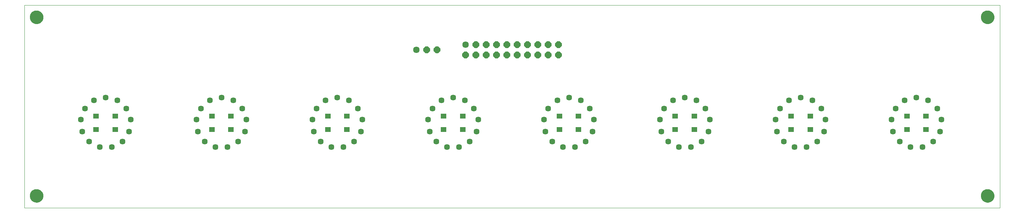
<source format=gts>
G75*
%MOIN*%
%OFA0B0*%
%FSLAX25Y25*%
%IPPOS*%
%LPD*%
%AMOC8*
5,1,8,0,0,1.08239X$1,22.5*
%
%ADD10C,0.00000*%
%ADD11C,0.12998*%
%ADD12C,0.05707*%
%ADD13R,0.05518X0.05124*%
%ADD14C,0.06337*%
%ADD15OC8,0.06337*%
D10*
X0001000Y0001000D02*
X0001000Y0197850D01*
X0945882Y0197850D01*
X0945882Y0001000D01*
X0001000Y0001000D01*
X0006512Y0012811D02*
X0006514Y0012969D01*
X0006520Y0013127D01*
X0006530Y0013285D01*
X0006544Y0013443D01*
X0006562Y0013600D01*
X0006583Y0013757D01*
X0006609Y0013913D01*
X0006639Y0014069D01*
X0006672Y0014224D01*
X0006710Y0014377D01*
X0006751Y0014530D01*
X0006796Y0014682D01*
X0006845Y0014833D01*
X0006898Y0014982D01*
X0006954Y0015130D01*
X0007014Y0015276D01*
X0007078Y0015421D01*
X0007146Y0015564D01*
X0007217Y0015706D01*
X0007291Y0015846D01*
X0007369Y0015983D01*
X0007451Y0016119D01*
X0007535Y0016253D01*
X0007624Y0016384D01*
X0007715Y0016513D01*
X0007810Y0016640D01*
X0007907Y0016765D01*
X0008008Y0016887D01*
X0008112Y0017006D01*
X0008219Y0017123D01*
X0008329Y0017237D01*
X0008442Y0017348D01*
X0008557Y0017457D01*
X0008675Y0017562D01*
X0008796Y0017664D01*
X0008919Y0017764D01*
X0009045Y0017860D01*
X0009173Y0017953D01*
X0009303Y0018043D01*
X0009436Y0018129D01*
X0009571Y0018213D01*
X0009707Y0018292D01*
X0009846Y0018369D01*
X0009987Y0018441D01*
X0010129Y0018511D01*
X0010273Y0018576D01*
X0010419Y0018638D01*
X0010566Y0018696D01*
X0010715Y0018751D01*
X0010865Y0018802D01*
X0011016Y0018849D01*
X0011168Y0018892D01*
X0011321Y0018931D01*
X0011476Y0018967D01*
X0011631Y0018998D01*
X0011787Y0019026D01*
X0011943Y0019050D01*
X0012100Y0019070D01*
X0012258Y0019086D01*
X0012415Y0019098D01*
X0012574Y0019106D01*
X0012732Y0019110D01*
X0012890Y0019110D01*
X0013048Y0019106D01*
X0013207Y0019098D01*
X0013364Y0019086D01*
X0013522Y0019070D01*
X0013679Y0019050D01*
X0013835Y0019026D01*
X0013991Y0018998D01*
X0014146Y0018967D01*
X0014301Y0018931D01*
X0014454Y0018892D01*
X0014606Y0018849D01*
X0014757Y0018802D01*
X0014907Y0018751D01*
X0015056Y0018696D01*
X0015203Y0018638D01*
X0015349Y0018576D01*
X0015493Y0018511D01*
X0015635Y0018441D01*
X0015776Y0018369D01*
X0015915Y0018292D01*
X0016051Y0018213D01*
X0016186Y0018129D01*
X0016319Y0018043D01*
X0016449Y0017953D01*
X0016577Y0017860D01*
X0016703Y0017764D01*
X0016826Y0017664D01*
X0016947Y0017562D01*
X0017065Y0017457D01*
X0017180Y0017348D01*
X0017293Y0017237D01*
X0017403Y0017123D01*
X0017510Y0017006D01*
X0017614Y0016887D01*
X0017715Y0016765D01*
X0017812Y0016640D01*
X0017907Y0016513D01*
X0017998Y0016384D01*
X0018087Y0016253D01*
X0018171Y0016119D01*
X0018253Y0015983D01*
X0018331Y0015846D01*
X0018405Y0015706D01*
X0018476Y0015564D01*
X0018544Y0015421D01*
X0018608Y0015276D01*
X0018668Y0015130D01*
X0018724Y0014982D01*
X0018777Y0014833D01*
X0018826Y0014682D01*
X0018871Y0014530D01*
X0018912Y0014377D01*
X0018950Y0014224D01*
X0018983Y0014069D01*
X0019013Y0013913D01*
X0019039Y0013757D01*
X0019060Y0013600D01*
X0019078Y0013443D01*
X0019092Y0013285D01*
X0019102Y0013127D01*
X0019108Y0012969D01*
X0019110Y0012811D01*
X0019108Y0012653D01*
X0019102Y0012495D01*
X0019092Y0012337D01*
X0019078Y0012179D01*
X0019060Y0012022D01*
X0019039Y0011865D01*
X0019013Y0011709D01*
X0018983Y0011553D01*
X0018950Y0011398D01*
X0018912Y0011245D01*
X0018871Y0011092D01*
X0018826Y0010940D01*
X0018777Y0010789D01*
X0018724Y0010640D01*
X0018668Y0010492D01*
X0018608Y0010346D01*
X0018544Y0010201D01*
X0018476Y0010058D01*
X0018405Y0009916D01*
X0018331Y0009776D01*
X0018253Y0009639D01*
X0018171Y0009503D01*
X0018087Y0009369D01*
X0017998Y0009238D01*
X0017907Y0009109D01*
X0017812Y0008982D01*
X0017715Y0008857D01*
X0017614Y0008735D01*
X0017510Y0008616D01*
X0017403Y0008499D01*
X0017293Y0008385D01*
X0017180Y0008274D01*
X0017065Y0008165D01*
X0016947Y0008060D01*
X0016826Y0007958D01*
X0016703Y0007858D01*
X0016577Y0007762D01*
X0016449Y0007669D01*
X0016319Y0007579D01*
X0016186Y0007493D01*
X0016051Y0007409D01*
X0015915Y0007330D01*
X0015776Y0007253D01*
X0015635Y0007181D01*
X0015493Y0007111D01*
X0015349Y0007046D01*
X0015203Y0006984D01*
X0015056Y0006926D01*
X0014907Y0006871D01*
X0014757Y0006820D01*
X0014606Y0006773D01*
X0014454Y0006730D01*
X0014301Y0006691D01*
X0014146Y0006655D01*
X0013991Y0006624D01*
X0013835Y0006596D01*
X0013679Y0006572D01*
X0013522Y0006552D01*
X0013364Y0006536D01*
X0013207Y0006524D01*
X0013048Y0006516D01*
X0012890Y0006512D01*
X0012732Y0006512D01*
X0012574Y0006516D01*
X0012415Y0006524D01*
X0012258Y0006536D01*
X0012100Y0006552D01*
X0011943Y0006572D01*
X0011787Y0006596D01*
X0011631Y0006624D01*
X0011476Y0006655D01*
X0011321Y0006691D01*
X0011168Y0006730D01*
X0011016Y0006773D01*
X0010865Y0006820D01*
X0010715Y0006871D01*
X0010566Y0006926D01*
X0010419Y0006984D01*
X0010273Y0007046D01*
X0010129Y0007111D01*
X0009987Y0007181D01*
X0009846Y0007253D01*
X0009707Y0007330D01*
X0009571Y0007409D01*
X0009436Y0007493D01*
X0009303Y0007579D01*
X0009173Y0007669D01*
X0009045Y0007762D01*
X0008919Y0007858D01*
X0008796Y0007958D01*
X0008675Y0008060D01*
X0008557Y0008165D01*
X0008442Y0008274D01*
X0008329Y0008385D01*
X0008219Y0008499D01*
X0008112Y0008616D01*
X0008008Y0008735D01*
X0007907Y0008857D01*
X0007810Y0008982D01*
X0007715Y0009109D01*
X0007624Y0009238D01*
X0007535Y0009369D01*
X0007451Y0009503D01*
X0007369Y0009639D01*
X0007291Y0009776D01*
X0007217Y0009916D01*
X0007146Y0010058D01*
X0007078Y0010201D01*
X0007014Y0010346D01*
X0006954Y0010492D01*
X0006898Y0010640D01*
X0006845Y0010789D01*
X0006796Y0010940D01*
X0006751Y0011092D01*
X0006710Y0011245D01*
X0006672Y0011398D01*
X0006639Y0011553D01*
X0006609Y0011709D01*
X0006583Y0011865D01*
X0006562Y0012022D01*
X0006544Y0012179D01*
X0006530Y0012337D01*
X0006520Y0012495D01*
X0006514Y0012653D01*
X0006512Y0012811D01*
X0006512Y0186039D02*
X0006514Y0186197D01*
X0006520Y0186355D01*
X0006530Y0186513D01*
X0006544Y0186671D01*
X0006562Y0186828D01*
X0006583Y0186985D01*
X0006609Y0187141D01*
X0006639Y0187297D01*
X0006672Y0187452D01*
X0006710Y0187605D01*
X0006751Y0187758D01*
X0006796Y0187910D01*
X0006845Y0188061D01*
X0006898Y0188210D01*
X0006954Y0188358D01*
X0007014Y0188504D01*
X0007078Y0188649D01*
X0007146Y0188792D01*
X0007217Y0188934D01*
X0007291Y0189074D01*
X0007369Y0189211D01*
X0007451Y0189347D01*
X0007535Y0189481D01*
X0007624Y0189612D01*
X0007715Y0189741D01*
X0007810Y0189868D01*
X0007907Y0189993D01*
X0008008Y0190115D01*
X0008112Y0190234D01*
X0008219Y0190351D01*
X0008329Y0190465D01*
X0008442Y0190576D01*
X0008557Y0190685D01*
X0008675Y0190790D01*
X0008796Y0190892D01*
X0008919Y0190992D01*
X0009045Y0191088D01*
X0009173Y0191181D01*
X0009303Y0191271D01*
X0009436Y0191357D01*
X0009571Y0191441D01*
X0009707Y0191520D01*
X0009846Y0191597D01*
X0009987Y0191669D01*
X0010129Y0191739D01*
X0010273Y0191804D01*
X0010419Y0191866D01*
X0010566Y0191924D01*
X0010715Y0191979D01*
X0010865Y0192030D01*
X0011016Y0192077D01*
X0011168Y0192120D01*
X0011321Y0192159D01*
X0011476Y0192195D01*
X0011631Y0192226D01*
X0011787Y0192254D01*
X0011943Y0192278D01*
X0012100Y0192298D01*
X0012258Y0192314D01*
X0012415Y0192326D01*
X0012574Y0192334D01*
X0012732Y0192338D01*
X0012890Y0192338D01*
X0013048Y0192334D01*
X0013207Y0192326D01*
X0013364Y0192314D01*
X0013522Y0192298D01*
X0013679Y0192278D01*
X0013835Y0192254D01*
X0013991Y0192226D01*
X0014146Y0192195D01*
X0014301Y0192159D01*
X0014454Y0192120D01*
X0014606Y0192077D01*
X0014757Y0192030D01*
X0014907Y0191979D01*
X0015056Y0191924D01*
X0015203Y0191866D01*
X0015349Y0191804D01*
X0015493Y0191739D01*
X0015635Y0191669D01*
X0015776Y0191597D01*
X0015915Y0191520D01*
X0016051Y0191441D01*
X0016186Y0191357D01*
X0016319Y0191271D01*
X0016449Y0191181D01*
X0016577Y0191088D01*
X0016703Y0190992D01*
X0016826Y0190892D01*
X0016947Y0190790D01*
X0017065Y0190685D01*
X0017180Y0190576D01*
X0017293Y0190465D01*
X0017403Y0190351D01*
X0017510Y0190234D01*
X0017614Y0190115D01*
X0017715Y0189993D01*
X0017812Y0189868D01*
X0017907Y0189741D01*
X0017998Y0189612D01*
X0018087Y0189481D01*
X0018171Y0189347D01*
X0018253Y0189211D01*
X0018331Y0189074D01*
X0018405Y0188934D01*
X0018476Y0188792D01*
X0018544Y0188649D01*
X0018608Y0188504D01*
X0018668Y0188358D01*
X0018724Y0188210D01*
X0018777Y0188061D01*
X0018826Y0187910D01*
X0018871Y0187758D01*
X0018912Y0187605D01*
X0018950Y0187452D01*
X0018983Y0187297D01*
X0019013Y0187141D01*
X0019039Y0186985D01*
X0019060Y0186828D01*
X0019078Y0186671D01*
X0019092Y0186513D01*
X0019102Y0186355D01*
X0019108Y0186197D01*
X0019110Y0186039D01*
X0019108Y0185881D01*
X0019102Y0185723D01*
X0019092Y0185565D01*
X0019078Y0185407D01*
X0019060Y0185250D01*
X0019039Y0185093D01*
X0019013Y0184937D01*
X0018983Y0184781D01*
X0018950Y0184626D01*
X0018912Y0184473D01*
X0018871Y0184320D01*
X0018826Y0184168D01*
X0018777Y0184017D01*
X0018724Y0183868D01*
X0018668Y0183720D01*
X0018608Y0183574D01*
X0018544Y0183429D01*
X0018476Y0183286D01*
X0018405Y0183144D01*
X0018331Y0183004D01*
X0018253Y0182867D01*
X0018171Y0182731D01*
X0018087Y0182597D01*
X0017998Y0182466D01*
X0017907Y0182337D01*
X0017812Y0182210D01*
X0017715Y0182085D01*
X0017614Y0181963D01*
X0017510Y0181844D01*
X0017403Y0181727D01*
X0017293Y0181613D01*
X0017180Y0181502D01*
X0017065Y0181393D01*
X0016947Y0181288D01*
X0016826Y0181186D01*
X0016703Y0181086D01*
X0016577Y0180990D01*
X0016449Y0180897D01*
X0016319Y0180807D01*
X0016186Y0180721D01*
X0016051Y0180637D01*
X0015915Y0180558D01*
X0015776Y0180481D01*
X0015635Y0180409D01*
X0015493Y0180339D01*
X0015349Y0180274D01*
X0015203Y0180212D01*
X0015056Y0180154D01*
X0014907Y0180099D01*
X0014757Y0180048D01*
X0014606Y0180001D01*
X0014454Y0179958D01*
X0014301Y0179919D01*
X0014146Y0179883D01*
X0013991Y0179852D01*
X0013835Y0179824D01*
X0013679Y0179800D01*
X0013522Y0179780D01*
X0013364Y0179764D01*
X0013207Y0179752D01*
X0013048Y0179744D01*
X0012890Y0179740D01*
X0012732Y0179740D01*
X0012574Y0179744D01*
X0012415Y0179752D01*
X0012258Y0179764D01*
X0012100Y0179780D01*
X0011943Y0179800D01*
X0011787Y0179824D01*
X0011631Y0179852D01*
X0011476Y0179883D01*
X0011321Y0179919D01*
X0011168Y0179958D01*
X0011016Y0180001D01*
X0010865Y0180048D01*
X0010715Y0180099D01*
X0010566Y0180154D01*
X0010419Y0180212D01*
X0010273Y0180274D01*
X0010129Y0180339D01*
X0009987Y0180409D01*
X0009846Y0180481D01*
X0009707Y0180558D01*
X0009571Y0180637D01*
X0009436Y0180721D01*
X0009303Y0180807D01*
X0009173Y0180897D01*
X0009045Y0180990D01*
X0008919Y0181086D01*
X0008796Y0181186D01*
X0008675Y0181288D01*
X0008557Y0181393D01*
X0008442Y0181502D01*
X0008329Y0181613D01*
X0008219Y0181727D01*
X0008112Y0181844D01*
X0008008Y0181963D01*
X0007907Y0182085D01*
X0007810Y0182210D01*
X0007715Y0182337D01*
X0007624Y0182466D01*
X0007535Y0182597D01*
X0007451Y0182731D01*
X0007369Y0182867D01*
X0007291Y0183004D01*
X0007217Y0183144D01*
X0007146Y0183286D01*
X0007078Y0183429D01*
X0007014Y0183574D01*
X0006954Y0183720D01*
X0006898Y0183868D01*
X0006845Y0184017D01*
X0006796Y0184168D01*
X0006751Y0184320D01*
X0006710Y0184473D01*
X0006672Y0184626D01*
X0006639Y0184781D01*
X0006609Y0184937D01*
X0006583Y0185093D01*
X0006562Y0185250D01*
X0006544Y0185407D01*
X0006530Y0185565D01*
X0006520Y0185723D01*
X0006514Y0185881D01*
X0006512Y0186039D01*
X0927772Y0186039D02*
X0927774Y0186197D01*
X0927780Y0186355D01*
X0927790Y0186513D01*
X0927804Y0186671D01*
X0927822Y0186828D01*
X0927843Y0186985D01*
X0927869Y0187141D01*
X0927899Y0187297D01*
X0927932Y0187452D01*
X0927970Y0187605D01*
X0928011Y0187758D01*
X0928056Y0187910D01*
X0928105Y0188061D01*
X0928158Y0188210D01*
X0928214Y0188358D01*
X0928274Y0188504D01*
X0928338Y0188649D01*
X0928406Y0188792D01*
X0928477Y0188934D01*
X0928551Y0189074D01*
X0928629Y0189211D01*
X0928711Y0189347D01*
X0928795Y0189481D01*
X0928884Y0189612D01*
X0928975Y0189741D01*
X0929070Y0189868D01*
X0929167Y0189993D01*
X0929268Y0190115D01*
X0929372Y0190234D01*
X0929479Y0190351D01*
X0929589Y0190465D01*
X0929702Y0190576D01*
X0929817Y0190685D01*
X0929935Y0190790D01*
X0930056Y0190892D01*
X0930179Y0190992D01*
X0930305Y0191088D01*
X0930433Y0191181D01*
X0930563Y0191271D01*
X0930696Y0191357D01*
X0930831Y0191441D01*
X0930967Y0191520D01*
X0931106Y0191597D01*
X0931247Y0191669D01*
X0931389Y0191739D01*
X0931533Y0191804D01*
X0931679Y0191866D01*
X0931826Y0191924D01*
X0931975Y0191979D01*
X0932125Y0192030D01*
X0932276Y0192077D01*
X0932428Y0192120D01*
X0932581Y0192159D01*
X0932736Y0192195D01*
X0932891Y0192226D01*
X0933047Y0192254D01*
X0933203Y0192278D01*
X0933360Y0192298D01*
X0933518Y0192314D01*
X0933675Y0192326D01*
X0933834Y0192334D01*
X0933992Y0192338D01*
X0934150Y0192338D01*
X0934308Y0192334D01*
X0934467Y0192326D01*
X0934624Y0192314D01*
X0934782Y0192298D01*
X0934939Y0192278D01*
X0935095Y0192254D01*
X0935251Y0192226D01*
X0935406Y0192195D01*
X0935561Y0192159D01*
X0935714Y0192120D01*
X0935866Y0192077D01*
X0936017Y0192030D01*
X0936167Y0191979D01*
X0936316Y0191924D01*
X0936463Y0191866D01*
X0936609Y0191804D01*
X0936753Y0191739D01*
X0936895Y0191669D01*
X0937036Y0191597D01*
X0937175Y0191520D01*
X0937311Y0191441D01*
X0937446Y0191357D01*
X0937579Y0191271D01*
X0937709Y0191181D01*
X0937837Y0191088D01*
X0937963Y0190992D01*
X0938086Y0190892D01*
X0938207Y0190790D01*
X0938325Y0190685D01*
X0938440Y0190576D01*
X0938553Y0190465D01*
X0938663Y0190351D01*
X0938770Y0190234D01*
X0938874Y0190115D01*
X0938975Y0189993D01*
X0939072Y0189868D01*
X0939167Y0189741D01*
X0939258Y0189612D01*
X0939347Y0189481D01*
X0939431Y0189347D01*
X0939513Y0189211D01*
X0939591Y0189074D01*
X0939665Y0188934D01*
X0939736Y0188792D01*
X0939804Y0188649D01*
X0939868Y0188504D01*
X0939928Y0188358D01*
X0939984Y0188210D01*
X0940037Y0188061D01*
X0940086Y0187910D01*
X0940131Y0187758D01*
X0940172Y0187605D01*
X0940210Y0187452D01*
X0940243Y0187297D01*
X0940273Y0187141D01*
X0940299Y0186985D01*
X0940320Y0186828D01*
X0940338Y0186671D01*
X0940352Y0186513D01*
X0940362Y0186355D01*
X0940368Y0186197D01*
X0940370Y0186039D01*
X0940368Y0185881D01*
X0940362Y0185723D01*
X0940352Y0185565D01*
X0940338Y0185407D01*
X0940320Y0185250D01*
X0940299Y0185093D01*
X0940273Y0184937D01*
X0940243Y0184781D01*
X0940210Y0184626D01*
X0940172Y0184473D01*
X0940131Y0184320D01*
X0940086Y0184168D01*
X0940037Y0184017D01*
X0939984Y0183868D01*
X0939928Y0183720D01*
X0939868Y0183574D01*
X0939804Y0183429D01*
X0939736Y0183286D01*
X0939665Y0183144D01*
X0939591Y0183004D01*
X0939513Y0182867D01*
X0939431Y0182731D01*
X0939347Y0182597D01*
X0939258Y0182466D01*
X0939167Y0182337D01*
X0939072Y0182210D01*
X0938975Y0182085D01*
X0938874Y0181963D01*
X0938770Y0181844D01*
X0938663Y0181727D01*
X0938553Y0181613D01*
X0938440Y0181502D01*
X0938325Y0181393D01*
X0938207Y0181288D01*
X0938086Y0181186D01*
X0937963Y0181086D01*
X0937837Y0180990D01*
X0937709Y0180897D01*
X0937579Y0180807D01*
X0937446Y0180721D01*
X0937311Y0180637D01*
X0937175Y0180558D01*
X0937036Y0180481D01*
X0936895Y0180409D01*
X0936753Y0180339D01*
X0936609Y0180274D01*
X0936463Y0180212D01*
X0936316Y0180154D01*
X0936167Y0180099D01*
X0936017Y0180048D01*
X0935866Y0180001D01*
X0935714Y0179958D01*
X0935561Y0179919D01*
X0935406Y0179883D01*
X0935251Y0179852D01*
X0935095Y0179824D01*
X0934939Y0179800D01*
X0934782Y0179780D01*
X0934624Y0179764D01*
X0934467Y0179752D01*
X0934308Y0179744D01*
X0934150Y0179740D01*
X0933992Y0179740D01*
X0933834Y0179744D01*
X0933675Y0179752D01*
X0933518Y0179764D01*
X0933360Y0179780D01*
X0933203Y0179800D01*
X0933047Y0179824D01*
X0932891Y0179852D01*
X0932736Y0179883D01*
X0932581Y0179919D01*
X0932428Y0179958D01*
X0932276Y0180001D01*
X0932125Y0180048D01*
X0931975Y0180099D01*
X0931826Y0180154D01*
X0931679Y0180212D01*
X0931533Y0180274D01*
X0931389Y0180339D01*
X0931247Y0180409D01*
X0931106Y0180481D01*
X0930967Y0180558D01*
X0930831Y0180637D01*
X0930696Y0180721D01*
X0930563Y0180807D01*
X0930433Y0180897D01*
X0930305Y0180990D01*
X0930179Y0181086D01*
X0930056Y0181186D01*
X0929935Y0181288D01*
X0929817Y0181393D01*
X0929702Y0181502D01*
X0929589Y0181613D01*
X0929479Y0181727D01*
X0929372Y0181844D01*
X0929268Y0181963D01*
X0929167Y0182085D01*
X0929070Y0182210D01*
X0928975Y0182337D01*
X0928884Y0182466D01*
X0928795Y0182597D01*
X0928711Y0182731D01*
X0928629Y0182867D01*
X0928551Y0183004D01*
X0928477Y0183144D01*
X0928406Y0183286D01*
X0928338Y0183429D01*
X0928274Y0183574D01*
X0928214Y0183720D01*
X0928158Y0183868D01*
X0928105Y0184017D01*
X0928056Y0184168D01*
X0928011Y0184320D01*
X0927970Y0184473D01*
X0927932Y0184626D01*
X0927899Y0184781D01*
X0927869Y0184937D01*
X0927843Y0185093D01*
X0927822Y0185250D01*
X0927804Y0185407D01*
X0927790Y0185565D01*
X0927780Y0185723D01*
X0927774Y0185881D01*
X0927772Y0186039D01*
X0927772Y0012811D02*
X0927774Y0012969D01*
X0927780Y0013127D01*
X0927790Y0013285D01*
X0927804Y0013443D01*
X0927822Y0013600D01*
X0927843Y0013757D01*
X0927869Y0013913D01*
X0927899Y0014069D01*
X0927932Y0014224D01*
X0927970Y0014377D01*
X0928011Y0014530D01*
X0928056Y0014682D01*
X0928105Y0014833D01*
X0928158Y0014982D01*
X0928214Y0015130D01*
X0928274Y0015276D01*
X0928338Y0015421D01*
X0928406Y0015564D01*
X0928477Y0015706D01*
X0928551Y0015846D01*
X0928629Y0015983D01*
X0928711Y0016119D01*
X0928795Y0016253D01*
X0928884Y0016384D01*
X0928975Y0016513D01*
X0929070Y0016640D01*
X0929167Y0016765D01*
X0929268Y0016887D01*
X0929372Y0017006D01*
X0929479Y0017123D01*
X0929589Y0017237D01*
X0929702Y0017348D01*
X0929817Y0017457D01*
X0929935Y0017562D01*
X0930056Y0017664D01*
X0930179Y0017764D01*
X0930305Y0017860D01*
X0930433Y0017953D01*
X0930563Y0018043D01*
X0930696Y0018129D01*
X0930831Y0018213D01*
X0930967Y0018292D01*
X0931106Y0018369D01*
X0931247Y0018441D01*
X0931389Y0018511D01*
X0931533Y0018576D01*
X0931679Y0018638D01*
X0931826Y0018696D01*
X0931975Y0018751D01*
X0932125Y0018802D01*
X0932276Y0018849D01*
X0932428Y0018892D01*
X0932581Y0018931D01*
X0932736Y0018967D01*
X0932891Y0018998D01*
X0933047Y0019026D01*
X0933203Y0019050D01*
X0933360Y0019070D01*
X0933518Y0019086D01*
X0933675Y0019098D01*
X0933834Y0019106D01*
X0933992Y0019110D01*
X0934150Y0019110D01*
X0934308Y0019106D01*
X0934467Y0019098D01*
X0934624Y0019086D01*
X0934782Y0019070D01*
X0934939Y0019050D01*
X0935095Y0019026D01*
X0935251Y0018998D01*
X0935406Y0018967D01*
X0935561Y0018931D01*
X0935714Y0018892D01*
X0935866Y0018849D01*
X0936017Y0018802D01*
X0936167Y0018751D01*
X0936316Y0018696D01*
X0936463Y0018638D01*
X0936609Y0018576D01*
X0936753Y0018511D01*
X0936895Y0018441D01*
X0937036Y0018369D01*
X0937175Y0018292D01*
X0937311Y0018213D01*
X0937446Y0018129D01*
X0937579Y0018043D01*
X0937709Y0017953D01*
X0937837Y0017860D01*
X0937963Y0017764D01*
X0938086Y0017664D01*
X0938207Y0017562D01*
X0938325Y0017457D01*
X0938440Y0017348D01*
X0938553Y0017237D01*
X0938663Y0017123D01*
X0938770Y0017006D01*
X0938874Y0016887D01*
X0938975Y0016765D01*
X0939072Y0016640D01*
X0939167Y0016513D01*
X0939258Y0016384D01*
X0939347Y0016253D01*
X0939431Y0016119D01*
X0939513Y0015983D01*
X0939591Y0015846D01*
X0939665Y0015706D01*
X0939736Y0015564D01*
X0939804Y0015421D01*
X0939868Y0015276D01*
X0939928Y0015130D01*
X0939984Y0014982D01*
X0940037Y0014833D01*
X0940086Y0014682D01*
X0940131Y0014530D01*
X0940172Y0014377D01*
X0940210Y0014224D01*
X0940243Y0014069D01*
X0940273Y0013913D01*
X0940299Y0013757D01*
X0940320Y0013600D01*
X0940338Y0013443D01*
X0940352Y0013285D01*
X0940362Y0013127D01*
X0940368Y0012969D01*
X0940370Y0012811D01*
X0940368Y0012653D01*
X0940362Y0012495D01*
X0940352Y0012337D01*
X0940338Y0012179D01*
X0940320Y0012022D01*
X0940299Y0011865D01*
X0940273Y0011709D01*
X0940243Y0011553D01*
X0940210Y0011398D01*
X0940172Y0011245D01*
X0940131Y0011092D01*
X0940086Y0010940D01*
X0940037Y0010789D01*
X0939984Y0010640D01*
X0939928Y0010492D01*
X0939868Y0010346D01*
X0939804Y0010201D01*
X0939736Y0010058D01*
X0939665Y0009916D01*
X0939591Y0009776D01*
X0939513Y0009639D01*
X0939431Y0009503D01*
X0939347Y0009369D01*
X0939258Y0009238D01*
X0939167Y0009109D01*
X0939072Y0008982D01*
X0938975Y0008857D01*
X0938874Y0008735D01*
X0938770Y0008616D01*
X0938663Y0008499D01*
X0938553Y0008385D01*
X0938440Y0008274D01*
X0938325Y0008165D01*
X0938207Y0008060D01*
X0938086Y0007958D01*
X0937963Y0007858D01*
X0937837Y0007762D01*
X0937709Y0007669D01*
X0937579Y0007579D01*
X0937446Y0007493D01*
X0937311Y0007409D01*
X0937175Y0007330D01*
X0937036Y0007253D01*
X0936895Y0007181D01*
X0936753Y0007111D01*
X0936609Y0007046D01*
X0936463Y0006984D01*
X0936316Y0006926D01*
X0936167Y0006871D01*
X0936017Y0006820D01*
X0935866Y0006773D01*
X0935714Y0006730D01*
X0935561Y0006691D01*
X0935406Y0006655D01*
X0935251Y0006624D01*
X0935095Y0006596D01*
X0934939Y0006572D01*
X0934782Y0006552D01*
X0934624Y0006536D01*
X0934467Y0006524D01*
X0934308Y0006516D01*
X0934150Y0006512D01*
X0933992Y0006512D01*
X0933834Y0006516D01*
X0933675Y0006524D01*
X0933518Y0006536D01*
X0933360Y0006552D01*
X0933203Y0006572D01*
X0933047Y0006596D01*
X0932891Y0006624D01*
X0932736Y0006655D01*
X0932581Y0006691D01*
X0932428Y0006730D01*
X0932276Y0006773D01*
X0932125Y0006820D01*
X0931975Y0006871D01*
X0931826Y0006926D01*
X0931679Y0006984D01*
X0931533Y0007046D01*
X0931389Y0007111D01*
X0931247Y0007181D01*
X0931106Y0007253D01*
X0930967Y0007330D01*
X0930831Y0007409D01*
X0930696Y0007493D01*
X0930563Y0007579D01*
X0930433Y0007669D01*
X0930305Y0007762D01*
X0930179Y0007858D01*
X0930056Y0007958D01*
X0929935Y0008060D01*
X0929817Y0008165D01*
X0929702Y0008274D01*
X0929589Y0008385D01*
X0929479Y0008499D01*
X0929372Y0008616D01*
X0929268Y0008735D01*
X0929167Y0008857D01*
X0929070Y0008982D01*
X0928975Y0009109D01*
X0928884Y0009238D01*
X0928795Y0009369D01*
X0928711Y0009503D01*
X0928629Y0009639D01*
X0928551Y0009776D01*
X0928477Y0009916D01*
X0928406Y0010058D01*
X0928338Y0010201D01*
X0928274Y0010346D01*
X0928214Y0010492D01*
X0928158Y0010640D01*
X0928105Y0010789D01*
X0928056Y0010940D01*
X0928011Y0011092D01*
X0927970Y0011245D01*
X0927932Y0011398D01*
X0927899Y0011553D01*
X0927869Y0011709D01*
X0927843Y0011865D01*
X0927822Y0012022D01*
X0927804Y0012179D01*
X0927790Y0012337D01*
X0927780Y0012495D01*
X0927774Y0012653D01*
X0927772Y0012811D01*
D11*
X0934071Y0012811D03*
X0934071Y0186039D03*
X0012811Y0186039D03*
X0012811Y0012811D03*
D12*
X0073908Y0060015D03*
X0085572Y0060015D03*
X0095900Y0065436D03*
X0063580Y0065436D03*
X0056954Y0075035D03*
X0102526Y0075035D03*
X0103932Y0086615D03*
X0055548Y0086615D03*
X0059684Y0097521D03*
X0068415Y0105256D03*
X0079740Y0108047D03*
X0091065Y0105256D03*
X0099796Y0097521D03*
X0167753Y0086615D03*
X0216137Y0086615D03*
X0212001Y0097521D03*
X0203270Y0105256D03*
X0191945Y0108047D03*
X0180620Y0105256D03*
X0171889Y0097521D03*
X0279957Y0086615D03*
X0328342Y0086615D03*
X0324206Y0097521D03*
X0315475Y0105256D03*
X0304150Y0108047D03*
X0292824Y0105256D03*
X0284094Y0097521D03*
X0392162Y0086615D03*
X0440546Y0086615D03*
X0436410Y0097521D03*
X0427680Y0105256D03*
X0416354Y0108047D03*
X0405029Y0105256D03*
X0396298Y0097521D03*
X0393568Y0075035D03*
X0400194Y0065436D03*
X0410522Y0060015D03*
X0422186Y0060015D03*
X0432515Y0065436D03*
X0439141Y0075035D03*
X0504367Y0086615D03*
X0552751Y0086615D03*
X0548615Y0097521D03*
X0539884Y0105256D03*
X0528559Y0108047D03*
X0517234Y0105256D03*
X0508503Y0097521D03*
X0505773Y0075035D03*
X0512399Y0065436D03*
X0522727Y0060015D03*
X0534391Y0060015D03*
X0544719Y0065436D03*
X0551345Y0075035D03*
X0616572Y0086615D03*
X0664956Y0086615D03*
X0660820Y0097521D03*
X0652089Y0105256D03*
X0640764Y0108047D03*
X0629439Y0105256D03*
X0620708Y0097521D03*
X0728776Y0086615D03*
X0732913Y0097521D03*
X0741643Y0105256D03*
X0752969Y0108047D03*
X0764294Y0105256D03*
X0773024Y0097521D03*
X0777161Y0086615D03*
X0775755Y0075035D03*
X0730182Y0075035D03*
X0736808Y0065436D03*
X0747137Y0060015D03*
X0758800Y0060015D03*
X0769129Y0065436D03*
X0842387Y0075035D03*
X0849013Y0065436D03*
X0859341Y0060015D03*
X0871005Y0060015D03*
X0881333Y0065436D03*
X0887959Y0075035D03*
X0889365Y0086615D03*
X0840981Y0086615D03*
X0845117Y0097521D03*
X0853848Y0105256D03*
X0865173Y0108047D03*
X0876498Y0105256D03*
X0885229Y0097521D03*
X0663550Y0075035D03*
X0656924Y0065436D03*
X0646596Y0060015D03*
X0634932Y0060015D03*
X0624604Y0065436D03*
X0617978Y0075035D03*
X0326936Y0075035D03*
X0320310Y0065436D03*
X0309981Y0060015D03*
X0298318Y0060015D03*
X0287989Y0065436D03*
X0281363Y0075035D03*
X0214731Y0075035D03*
X0208105Y0065436D03*
X0197777Y0060015D03*
X0186113Y0060015D03*
X0175785Y0065436D03*
X0169159Y0075035D03*
D13*
X0182693Y0077181D03*
X0201197Y0077181D03*
X0201197Y0090173D03*
X0182693Y0090173D03*
X0088992Y0090173D03*
X0070488Y0090173D03*
X0070488Y0077181D03*
X0088992Y0077181D03*
X0294898Y0077181D03*
X0313402Y0077181D03*
X0313402Y0090173D03*
X0294898Y0090173D03*
X0407102Y0090173D03*
X0425606Y0090173D03*
X0425606Y0077181D03*
X0407102Y0077181D03*
X0519307Y0077181D03*
X0537811Y0077181D03*
X0537811Y0090173D03*
X0519307Y0090173D03*
X0631512Y0090173D03*
X0650016Y0090173D03*
X0650016Y0077181D03*
X0631512Y0077181D03*
X0743717Y0077181D03*
X0762220Y0077181D03*
X0762220Y0090173D03*
X0743717Y0090173D03*
X0855921Y0090173D03*
X0874425Y0090173D03*
X0874425Y0077181D03*
X0855921Y0077181D03*
D14*
X0428441Y0159543D03*
X0380764Y0154543D03*
D15*
X0390764Y0154543D03*
X0400764Y0154543D03*
X0428441Y0149543D03*
X0438441Y0149543D03*
X0448441Y0149543D03*
X0458441Y0149543D03*
X0468441Y0149543D03*
X0478441Y0149543D03*
X0488441Y0149543D03*
X0498441Y0149543D03*
X0508441Y0149543D03*
X0518441Y0149543D03*
X0518441Y0159543D03*
X0508441Y0159543D03*
X0498441Y0159543D03*
X0488441Y0159543D03*
X0478441Y0159543D03*
X0468441Y0159543D03*
X0458441Y0159543D03*
X0448441Y0159543D03*
X0438441Y0159543D03*
M02*

</source>
